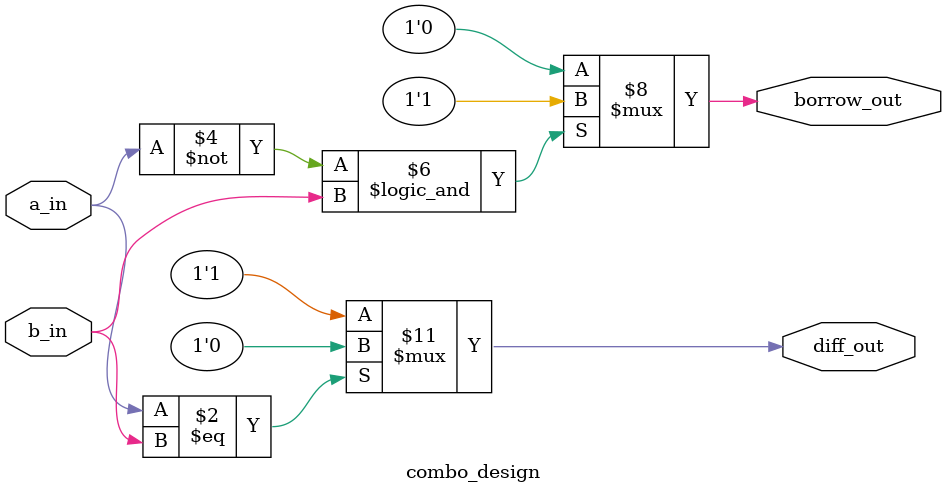
<source format=v>
module combo_design(input a_in, b_in, output reg diff_out, borrow_out);

/* Functionality of half substractor diff_out is XOR of a_in, b_in */

always @ (a_in, b_in)
    if (a_in == b_in)
        diff_out = 0;
    else
        diff_out = 1;

/* Functional description of the logic for borrow_out that is~a_in & b_in */
always @ (a_in, b_in)
    if (a_in == 0 && b_in == 1)
        borrow_out =1;
    else
        borrow_out = 0;
endmodule

</source>
